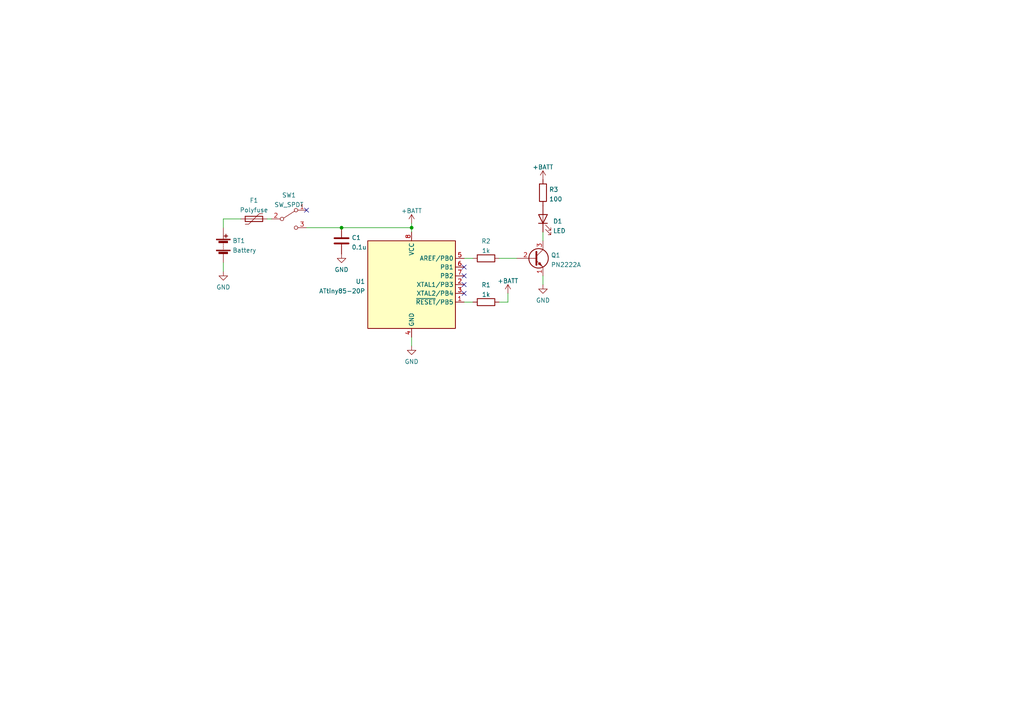
<source format=kicad_sch>
(kicad_sch (version 20211123) (generator eeschema)

  (uuid e63e39d7-6ac0-4ffd-8aa3-1841a4541b55)

  (paper "A4")

  (title_block
    (title "Candle LED Control Unit")
    (date "2022-05-08")
    (rev "V1.0")
  )

  (lib_symbols
    (symbol "Device:Battery" (pin_numbers hide) (pin_names (offset 0) hide) (in_bom yes) (on_board yes)
      (property "Reference" "BT" (id 0) (at 2.54 2.54 0)
        (effects (font (size 1.27 1.27)) (justify left))
      )
      (property "Value" "Battery" (id 1) (at 2.54 0 0)
        (effects (font (size 1.27 1.27)) (justify left))
      )
      (property "Footprint" "" (id 2) (at 0 1.524 90)
        (effects (font (size 1.27 1.27)) hide)
      )
      (property "Datasheet" "~" (id 3) (at 0 1.524 90)
        (effects (font (size 1.27 1.27)) hide)
      )
      (property "ki_keywords" "batt voltage-source cell" (id 4) (at 0 0 0)
        (effects (font (size 1.27 1.27)) hide)
      )
      (property "ki_description" "Multiple-cell battery" (id 5) (at 0 0 0)
        (effects (font (size 1.27 1.27)) hide)
      )
      (symbol "Battery_0_1"
        (rectangle (start -2.032 -1.397) (end 2.032 -1.651)
          (stroke (width 0) (type default) (color 0 0 0 0))
          (fill (type outline))
        )
        (rectangle (start -2.032 1.778) (end 2.032 1.524)
          (stroke (width 0) (type default) (color 0 0 0 0))
          (fill (type outline))
        )
        (rectangle (start -1.3208 -1.9812) (end 1.27 -2.4892)
          (stroke (width 0) (type default) (color 0 0 0 0))
          (fill (type outline))
        )
        (rectangle (start -1.3208 1.1938) (end 1.27 0.6858)
          (stroke (width 0) (type default) (color 0 0 0 0))
          (fill (type outline))
        )
        (polyline
          (pts
            (xy 0 -1.524)
            (xy 0 -1.27)
          )
          (stroke (width 0) (type default) (color 0 0 0 0))
          (fill (type none))
        )
        (polyline
          (pts
            (xy 0 -1.016)
            (xy 0 -0.762)
          )
          (stroke (width 0) (type default) (color 0 0 0 0))
          (fill (type none))
        )
        (polyline
          (pts
            (xy 0 -0.508)
            (xy 0 -0.254)
          )
          (stroke (width 0) (type default) (color 0 0 0 0))
          (fill (type none))
        )
        (polyline
          (pts
            (xy 0 0)
            (xy 0 0.254)
          )
          (stroke (width 0) (type default) (color 0 0 0 0))
          (fill (type none))
        )
        (polyline
          (pts
            (xy 0 0.508)
            (xy 0 0.762)
          )
          (stroke (width 0) (type default) (color 0 0 0 0))
          (fill (type none))
        )
        (polyline
          (pts
            (xy 0 1.778)
            (xy 0 2.54)
          )
          (stroke (width 0) (type default) (color 0 0 0 0))
          (fill (type none))
        )
        (polyline
          (pts
            (xy 0.254 2.667)
            (xy 1.27 2.667)
          )
          (stroke (width 0.254) (type default) (color 0 0 0 0))
          (fill (type none))
        )
        (polyline
          (pts
            (xy 0.762 3.175)
            (xy 0.762 2.159)
          )
          (stroke (width 0.254) (type default) (color 0 0 0 0))
          (fill (type none))
        )
      )
      (symbol "Battery_1_1"
        (pin passive line (at 0 5.08 270) (length 2.54)
          (name "+" (effects (font (size 1.27 1.27))))
          (number "1" (effects (font (size 1.27 1.27))))
        )
        (pin passive line (at 0 -5.08 90) (length 2.54)
          (name "-" (effects (font (size 1.27 1.27))))
          (number "2" (effects (font (size 1.27 1.27))))
        )
      )
    )
    (symbol "Device:C" (pin_numbers hide) (pin_names (offset 0.254)) (in_bom yes) (on_board yes)
      (property "Reference" "C" (id 0) (at 0.635 2.54 0)
        (effects (font (size 1.27 1.27)) (justify left))
      )
      (property "Value" "C" (id 1) (at 0.635 -2.54 0)
        (effects (font (size 1.27 1.27)) (justify left))
      )
      (property "Footprint" "" (id 2) (at 0.9652 -3.81 0)
        (effects (font (size 1.27 1.27)) hide)
      )
      (property "Datasheet" "~" (id 3) (at 0 0 0)
        (effects (font (size 1.27 1.27)) hide)
      )
      (property "ki_keywords" "cap capacitor" (id 4) (at 0 0 0)
        (effects (font (size 1.27 1.27)) hide)
      )
      (property "ki_description" "Unpolarized capacitor" (id 5) (at 0 0 0)
        (effects (font (size 1.27 1.27)) hide)
      )
      (property "ki_fp_filters" "C_*" (id 6) (at 0 0 0)
        (effects (font (size 1.27 1.27)) hide)
      )
      (symbol "C_0_1"
        (polyline
          (pts
            (xy -2.032 -0.762)
            (xy 2.032 -0.762)
          )
          (stroke (width 0.508) (type default) (color 0 0 0 0))
          (fill (type none))
        )
        (polyline
          (pts
            (xy -2.032 0.762)
            (xy 2.032 0.762)
          )
          (stroke (width 0.508) (type default) (color 0 0 0 0))
          (fill (type none))
        )
      )
      (symbol "C_1_1"
        (pin passive line (at 0 3.81 270) (length 2.794)
          (name "~" (effects (font (size 1.27 1.27))))
          (number "1" (effects (font (size 1.27 1.27))))
        )
        (pin passive line (at 0 -3.81 90) (length 2.794)
          (name "~" (effects (font (size 1.27 1.27))))
          (number "2" (effects (font (size 1.27 1.27))))
        )
      )
    )
    (symbol "Device:LED" (pin_numbers hide) (pin_names (offset 1.016) hide) (in_bom yes) (on_board yes)
      (property "Reference" "D" (id 0) (at 0 2.54 0)
        (effects (font (size 1.27 1.27)))
      )
      (property "Value" "LED" (id 1) (at 0 -2.54 0)
        (effects (font (size 1.27 1.27)))
      )
      (property "Footprint" "" (id 2) (at 0 0 0)
        (effects (font (size 1.27 1.27)) hide)
      )
      (property "Datasheet" "~" (id 3) (at 0 0 0)
        (effects (font (size 1.27 1.27)) hide)
      )
      (property "ki_keywords" "LED diode" (id 4) (at 0 0 0)
        (effects (font (size 1.27 1.27)) hide)
      )
      (property "ki_description" "Light emitting diode" (id 5) (at 0 0 0)
        (effects (font (size 1.27 1.27)) hide)
      )
      (property "ki_fp_filters" "LED* LED_SMD:* LED_THT:*" (id 6) (at 0 0 0)
        (effects (font (size 1.27 1.27)) hide)
      )
      (symbol "LED_0_1"
        (polyline
          (pts
            (xy -1.27 -1.27)
            (xy -1.27 1.27)
          )
          (stroke (width 0.254) (type default) (color 0 0 0 0))
          (fill (type none))
        )
        (polyline
          (pts
            (xy -1.27 0)
            (xy 1.27 0)
          )
          (stroke (width 0) (type default) (color 0 0 0 0))
          (fill (type none))
        )
        (polyline
          (pts
            (xy 1.27 -1.27)
            (xy 1.27 1.27)
            (xy -1.27 0)
            (xy 1.27 -1.27)
          )
          (stroke (width 0.254) (type default) (color 0 0 0 0))
          (fill (type none))
        )
        (polyline
          (pts
            (xy -3.048 -0.762)
            (xy -4.572 -2.286)
            (xy -3.81 -2.286)
            (xy -4.572 -2.286)
            (xy -4.572 -1.524)
          )
          (stroke (width 0) (type default) (color 0 0 0 0))
          (fill (type none))
        )
        (polyline
          (pts
            (xy -1.778 -0.762)
            (xy -3.302 -2.286)
            (xy -2.54 -2.286)
            (xy -3.302 -2.286)
            (xy -3.302 -1.524)
          )
          (stroke (width 0) (type default) (color 0 0 0 0))
          (fill (type none))
        )
      )
      (symbol "LED_1_1"
        (pin passive line (at -3.81 0 0) (length 2.54)
          (name "K" (effects (font (size 1.27 1.27))))
          (number "1" (effects (font (size 1.27 1.27))))
        )
        (pin passive line (at 3.81 0 180) (length 2.54)
          (name "A" (effects (font (size 1.27 1.27))))
          (number "2" (effects (font (size 1.27 1.27))))
        )
      )
    )
    (symbol "Device:Polyfuse" (pin_numbers hide) (pin_names (offset 0)) (in_bom yes) (on_board yes)
      (property "Reference" "F" (id 0) (at -2.54 0 90)
        (effects (font (size 1.27 1.27)))
      )
      (property "Value" "Polyfuse" (id 1) (at 2.54 0 90)
        (effects (font (size 1.27 1.27)))
      )
      (property "Footprint" "" (id 2) (at 1.27 -5.08 0)
        (effects (font (size 1.27 1.27)) (justify left) hide)
      )
      (property "Datasheet" "~" (id 3) (at 0 0 0)
        (effects (font (size 1.27 1.27)) hide)
      )
      (property "ki_keywords" "resettable fuse PTC PPTC polyfuse polyswitch" (id 4) (at 0 0 0)
        (effects (font (size 1.27 1.27)) hide)
      )
      (property "ki_description" "Resettable fuse, polymeric positive temperature coefficient" (id 5) (at 0 0 0)
        (effects (font (size 1.27 1.27)) hide)
      )
      (property "ki_fp_filters" "*polyfuse* *PTC*" (id 6) (at 0 0 0)
        (effects (font (size 1.27 1.27)) hide)
      )
      (symbol "Polyfuse_0_1"
        (rectangle (start -0.762 2.54) (end 0.762 -2.54)
          (stroke (width 0.254) (type default) (color 0 0 0 0))
          (fill (type none))
        )
        (polyline
          (pts
            (xy 0 2.54)
            (xy 0 -2.54)
          )
          (stroke (width 0) (type default) (color 0 0 0 0))
          (fill (type none))
        )
        (polyline
          (pts
            (xy -1.524 2.54)
            (xy -1.524 1.524)
            (xy 1.524 -1.524)
            (xy 1.524 -2.54)
          )
          (stroke (width 0) (type default) (color 0 0 0 0))
          (fill (type none))
        )
      )
      (symbol "Polyfuse_1_1"
        (pin passive line (at 0 3.81 270) (length 1.27)
          (name "~" (effects (font (size 1.27 1.27))))
          (number "1" (effects (font (size 1.27 1.27))))
        )
        (pin passive line (at 0 -3.81 90) (length 1.27)
          (name "~" (effects (font (size 1.27 1.27))))
          (number "2" (effects (font (size 1.27 1.27))))
        )
      )
    )
    (symbol "Device:R" (pin_numbers hide) (pin_names (offset 0)) (in_bom yes) (on_board yes)
      (property "Reference" "R" (id 0) (at 2.032 0 90)
        (effects (font (size 1.27 1.27)))
      )
      (property "Value" "R" (id 1) (at 0 0 90)
        (effects (font (size 1.27 1.27)))
      )
      (property "Footprint" "" (id 2) (at -1.778 0 90)
        (effects (font (size 1.27 1.27)) hide)
      )
      (property "Datasheet" "~" (id 3) (at 0 0 0)
        (effects (font (size 1.27 1.27)) hide)
      )
      (property "ki_keywords" "R res resistor" (id 4) (at 0 0 0)
        (effects (font (size 1.27 1.27)) hide)
      )
      (property "ki_description" "Resistor" (id 5) (at 0 0 0)
        (effects (font (size 1.27 1.27)) hide)
      )
      (property "ki_fp_filters" "R_*" (id 6) (at 0 0 0)
        (effects (font (size 1.27 1.27)) hide)
      )
      (symbol "R_0_1"
        (rectangle (start -1.016 -2.54) (end 1.016 2.54)
          (stroke (width 0.254) (type default) (color 0 0 0 0))
          (fill (type none))
        )
      )
      (symbol "R_1_1"
        (pin passive line (at 0 3.81 270) (length 1.27)
          (name "~" (effects (font (size 1.27 1.27))))
          (number "1" (effects (font (size 1.27 1.27))))
        )
        (pin passive line (at 0 -3.81 90) (length 1.27)
          (name "~" (effects (font (size 1.27 1.27))))
          (number "2" (effects (font (size 1.27 1.27))))
        )
      )
    )
    (symbol "MCU_Microchip_ATtiny:ATtiny85-20P" (in_bom yes) (on_board yes)
      (property "Reference" "U" (id 0) (at -12.7 13.97 0)
        (effects (font (size 1.27 1.27)) (justify left bottom))
      )
      (property "Value" "ATtiny85-20P" (id 1) (at 2.54 -13.97 0)
        (effects (font (size 1.27 1.27)) (justify left top))
      )
      (property "Footprint" "Package_DIP:DIP-8_W7.62mm" (id 2) (at 0 0 0)
        (effects (font (size 1.27 1.27) italic) hide)
      )
      (property "Datasheet" "http://ww1.microchip.com/downloads/en/DeviceDoc/atmel-2586-avr-8-bit-microcontroller-attiny25-attiny45-attiny85_datasheet.pdf" (id 3) (at 0 0 0)
        (effects (font (size 1.27 1.27)) hide)
      )
      (property "ki_keywords" "AVR 8bit Microcontroller tinyAVR" (id 4) (at 0 0 0)
        (effects (font (size 1.27 1.27)) hide)
      )
      (property "ki_description" "20MHz, 8kB Flash, 512B SRAM, 512B EEPROM, debugWIRE, DIP-8" (id 5) (at 0 0 0)
        (effects (font (size 1.27 1.27)) hide)
      )
      (property "ki_fp_filters" "DIP*W7.62mm*" (id 6) (at 0 0 0)
        (effects (font (size 1.27 1.27)) hide)
      )
      (symbol "ATtiny85-20P_0_1"
        (rectangle (start -12.7 -12.7) (end 12.7 12.7)
          (stroke (width 0.254) (type default) (color 0 0 0 0))
          (fill (type background))
        )
      )
      (symbol "ATtiny85-20P_1_1"
        (pin bidirectional line (at 15.24 -5.08 180) (length 2.54)
          (name "~{RESET}/PB5" (effects (font (size 1.27 1.27))))
          (number "1" (effects (font (size 1.27 1.27))))
        )
        (pin bidirectional line (at 15.24 0 180) (length 2.54)
          (name "XTAL1/PB3" (effects (font (size 1.27 1.27))))
          (number "2" (effects (font (size 1.27 1.27))))
        )
        (pin bidirectional line (at 15.24 -2.54 180) (length 2.54)
          (name "XTAL2/PB4" (effects (font (size 1.27 1.27))))
          (number "3" (effects (font (size 1.27 1.27))))
        )
        (pin power_in line (at 0 -15.24 90) (length 2.54)
          (name "GND" (effects (font (size 1.27 1.27))))
          (number "4" (effects (font (size 1.27 1.27))))
        )
        (pin bidirectional line (at 15.24 7.62 180) (length 2.54)
          (name "AREF/PB0" (effects (font (size 1.27 1.27))))
          (number "5" (effects (font (size 1.27 1.27))))
        )
        (pin bidirectional line (at 15.24 5.08 180) (length 2.54)
          (name "PB1" (effects (font (size 1.27 1.27))))
          (number "6" (effects (font (size 1.27 1.27))))
        )
        (pin bidirectional line (at 15.24 2.54 180) (length 2.54)
          (name "PB2" (effects (font (size 1.27 1.27))))
          (number "7" (effects (font (size 1.27 1.27))))
        )
        (pin power_in line (at 0 15.24 270) (length 2.54)
          (name "VCC" (effects (font (size 1.27 1.27))))
          (number "8" (effects (font (size 1.27 1.27))))
        )
      )
    )
    (symbol "Switch:SW_SPDT" (pin_names (offset 0) hide) (in_bom yes) (on_board yes)
      (property "Reference" "SW" (id 0) (at 0 4.318 0)
        (effects (font (size 1.27 1.27)))
      )
      (property "Value" "SW_SPDT" (id 1) (at 0 -5.08 0)
        (effects (font (size 1.27 1.27)))
      )
      (property "Footprint" "" (id 2) (at 0 0 0)
        (effects (font (size 1.27 1.27)) hide)
      )
      (property "Datasheet" "~" (id 3) (at 0 0 0)
        (effects (font (size 1.27 1.27)) hide)
      )
      (property "ki_keywords" "switch single-pole double-throw spdt ON-ON" (id 4) (at 0 0 0)
        (effects (font (size 1.27 1.27)) hide)
      )
      (property "ki_description" "Switch, single pole double throw" (id 5) (at 0 0 0)
        (effects (font (size 1.27 1.27)) hide)
      )
      (symbol "SW_SPDT_0_0"
        (circle (center -2.032 0) (radius 0.508)
          (stroke (width 0) (type default) (color 0 0 0 0))
          (fill (type none))
        )
        (circle (center 2.032 -2.54) (radius 0.508)
          (stroke (width 0) (type default) (color 0 0 0 0))
          (fill (type none))
        )
      )
      (symbol "SW_SPDT_0_1"
        (polyline
          (pts
            (xy -1.524 0.254)
            (xy 1.651 2.286)
          )
          (stroke (width 0) (type default) (color 0 0 0 0))
          (fill (type none))
        )
        (circle (center 2.032 2.54) (radius 0.508)
          (stroke (width 0) (type default) (color 0 0 0 0))
          (fill (type none))
        )
      )
      (symbol "SW_SPDT_1_1"
        (pin passive line (at 5.08 2.54 180) (length 2.54)
          (name "A" (effects (font (size 1.27 1.27))))
          (number "1" (effects (font (size 1.27 1.27))))
        )
        (pin passive line (at -5.08 0 0) (length 2.54)
          (name "B" (effects (font (size 1.27 1.27))))
          (number "2" (effects (font (size 1.27 1.27))))
        )
        (pin passive line (at 5.08 -2.54 180) (length 2.54)
          (name "C" (effects (font (size 1.27 1.27))))
          (number "3" (effects (font (size 1.27 1.27))))
        )
      )
    )
    (symbol "Transistor_BJT:PN2222A" (pin_names (offset 0) hide) (in_bom yes) (on_board yes)
      (property "Reference" "Q" (id 0) (at 5.08 1.905 0)
        (effects (font (size 1.27 1.27)) (justify left))
      )
      (property "Value" "PN2222A" (id 1) (at 5.08 0 0)
        (effects (font (size 1.27 1.27)) (justify left))
      )
      (property "Footprint" "Package_TO_SOT_THT:TO-92_Inline" (id 2) (at 5.08 -1.905 0)
        (effects (font (size 1.27 1.27) italic) (justify left) hide)
      )
      (property "Datasheet" "https://www.onsemi.com/pub/Collateral/PN2222-D.PDF" (id 3) (at 0 0 0)
        (effects (font (size 1.27 1.27)) (justify left) hide)
      )
      (property "ki_keywords" "NPN Transistor" (id 4) (at 0 0 0)
        (effects (font (size 1.27 1.27)) hide)
      )
      (property "ki_description" "1A Ic, 40V Vce, NPN Transistor, General Purpose Transistor, TO-92" (id 5) (at 0 0 0)
        (effects (font (size 1.27 1.27)) hide)
      )
      (property "ki_fp_filters" "TO?92*" (id 6) (at 0 0 0)
        (effects (font (size 1.27 1.27)) hide)
      )
      (symbol "PN2222A_0_1"
        (polyline
          (pts
            (xy 0 0)
            (xy 0.635 0)
          )
          (stroke (width 0) (type default) (color 0 0 0 0))
          (fill (type none))
        )
        (polyline
          (pts
            (xy 2.54 -2.54)
            (xy 0.635 -0.635)
          )
          (stroke (width 0) (type default) (color 0 0 0 0))
          (fill (type none))
        )
        (polyline
          (pts
            (xy 2.54 2.54)
            (xy 0.635 0.635)
          )
          (stroke (width 0) (type default) (color 0 0 0 0))
          (fill (type none))
        )
        (polyline
          (pts
            (xy 0.635 1.905)
            (xy 0.635 -1.905)
            (xy 0.635 -1.905)
          )
          (stroke (width 0.508) (type default) (color 0 0 0 0))
          (fill (type none))
        )
        (polyline
          (pts
            (xy 2.413 -2.413)
            (xy 1.905 -1.905)
            (xy 1.905 -1.905)
          )
          (stroke (width 0) (type default) (color 0 0 0 0))
          (fill (type none))
        )
        (polyline
          (pts
            (xy 1.143 -1.651)
            (xy 1.651 -1.143)
            (xy 2.159 -2.159)
            (xy 1.143 -1.651)
            (xy 1.143 -1.651)
          )
          (stroke (width 0) (type default) (color 0 0 0 0))
          (fill (type outline))
        )
        (circle (center 1.27 0) (radius 2.8194)
          (stroke (width 0.254) (type default) (color 0 0 0 0))
          (fill (type none))
        )
      )
      (symbol "PN2222A_1_1"
        (pin passive line (at 2.54 -5.08 90) (length 2.54)
          (name "E" (effects (font (size 1.27 1.27))))
          (number "1" (effects (font (size 1.27 1.27))))
        )
        (pin input line (at -5.08 0 0) (length 5.08)
          (name "B" (effects (font (size 1.27 1.27))))
          (number "2" (effects (font (size 1.27 1.27))))
        )
        (pin passive line (at 2.54 5.08 270) (length 2.54)
          (name "C" (effects (font (size 1.27 1.27))))
          (number "3" (effects (font (size 1.27 1.27))))
        )
      )
    )
    (symbol "power:+BATT" (power) (pin_names (offset 0)) (in_bom yes) (on_board yes)
      (property "Reference" "#PWR" (id 0) (at 0 -3.81 0)
        (effects (font (size 1.27 1.27)) hide)
      )
      (property "Value" "+BATT" (id 1) (at 0 3.556 0)
        (effects (font (size 1.27 1.27)))
      )
      (property "Footprint" "" (id 2) (at 0 0 0)
        (effects (font (size 1.27 1.27)) hide)
      )
      (property "Datasheet" "" (id 3) (at 0 0 0)
        (effects (font (size 1.27 1.27)) hide)
      )
      (property "ki_keywords" "power-flag battery" (id 4) (at 0 0 0)
        (effects (font (size 1.27 1.27)) hide)
      )
      (property "ki_description" "Power symbol creates a global label with name \"+BATT\"" (id 5) (at 0 0 0)
        (effects (font (size 1.27 1.27)) hide)
      )
      (symbol "+BATT_0_1"
        (polyline
          (pts
            (xy -0.762 1.27)
            (xy 0 2.54)
          )
          (stroke (width 0) (type default) (color 0 0 0 0))
          (fill (type none))
        )
        (polyline
          (pts
            (xy 0 0)
            (xy 0 2.54)
          )
          (stroke (width 0) (type default) (color 0 0 0 0))
          (fill (type none))
        )
        (polyline
          (pts
            (xy 0 2.54)
            (xy 0.762 1.27)
          )
          (stroke (width 0) (type default) (color 0 0 0 0))
          (fill (type none))
        )
      )
      (symbol "+BATT_1_1"
        (pin power_in line (at 0 0 90) (length 0) hide
          (name "+BATT" (effects (font (size 1.27 1.27))))
          (number "1" (effects (font (size 1.27 1.27))))
        )
      )
    )
    (symbol "power:GND" (power) (pin_names (offset 0)) (in_bom yes) (on_board yes)
      (property "Reference" "#PWR" (id 0) (at 0 -6.35 0)
        (effects (font (size 1.27 1.27)) hide)
      )
      (property "Value" "GND" (id 1) (at 0 -3.81 0)
        (effects (font (size 1.27 1.27)))
      )
      (property "Footprint" "" (id 2) (at 0 0 0)
        (effects (font (size 1.27 1.27)) hide)
      )
      (property "Datasheet" "" (id 3) (at 0 0 0)
        (effects (font (size 1.27 1.27)) hide)
      )
      (property "ki_keywords" "power-flag" (id 4) (at 0 0 0)
        (effects (font (size 1.27 1.27)) hide)
      )
      (property "ki_description" "Power symbol creates a global label with name \"GND\" , ground" (id 5) (at 0 0 0)
        (effects (font (size 1.27 1.27)) hide)
      )
      (symbol "GND_0_1"
        (polyline
          (pts
            (xy 0 0)
            (xy 0 -1.27)
            (xy 1.27 -1.27)
            (xy 0 -2.54)
            (xy -1.27 -1.27)
            (xy 0 -1.27)
          )
          (stroke (width 0) (type default) (color 0 0 0 0))
          (fill (type none))
        )
      )
      (symbol "GND_1_1"
        (pin power_in line (at 0 0 270) (length 0) hide
          (name "GND" (effects (font (size 1.27 1.27))))
          (number "1" (effects (font (size 1.27 1.27))))
        )
      )
    )
  )

  (junction (at 119.38 66.04) (diameter 0) (color 0 0 0 0)
    (uuid 49669d1b-1367-49e8-adc1-bbfb40b5817e)
  )
  (junction (at 99.06 66.04) (diameter 0) (color 0 0 0 0)
    (uuid 992ef184-c14a-456b-95db-20bd9e2570b9)
  )

  (no_connect (at 134.62 77.47) (uuid 29f5a9a2-94a6-4cdc-a8e7-84648a7a8222))
  (no_connect (at 134.62 80.01) (uuid 29f5a9a2-94a6-4cdc-a8e7-84648a7a8223))
  (no_connect (at 134.62 85.09) (uuid 29f5a9a2-94a6-4cdc-a8e7-84648a7a8224))
  (no_connect (at 134.62 82.55) (uuid 29f5a9a2-94a6-4cdc-a8e7-84648a7a8225))
  (no_connect (at 88.9 60.96) (uuid e92c94a4-ceea-4b26-b6f9-3dc0281b2832))

  (wire (pts (xy 134.62 87.63) (xy 137.16 87.63))
    (stroke (width 0) (type default) (color 0 0 0 0))
    (uuid 041a57b0-86d2-4e82-8738-af612ea5cbc2)
  )
  (wire (pts (xy 134.62 74.93) (xy 137.16 74.93))
    (stroke (width 0) (type default) (color 0 0 0 0))
    (uuid 112feaa4-e858-485c-a9ef-ea08faf17e24)
  )
  (wire (pts (xy 119.38 66.04) (xy 119.38 67.31))
    (stroke (width 0) (type default) (color 0 0 0 0))
    (uuid 1cc2e530-63cb-4e44-ae34-2fa998494681)
  )
  (wire (pts (xy 64.77 63.5) (xy 64.77 66.04))
    (stroke (width 0) (type default) (color 0 0 0 0))
    (uuid 5ccc5f5a-e89c-449f-ba8a-877c0f17f544)
  )
  (wire (pts (xy 77.47 63.5) (xy 78.74 63.5))
    (stroke (width 0) (type default) (color 0 0 0 0))
    (uuid 6b3ad608-1f2f-4351-af25-87023191cd22)
  )
  (wire (pts (xy 147.32 87.63) (xy 147.32 85.09))
    (stroke (width 0) (type default) (color 0 0 0 0))
    (uuid 7857a2c5-36d5-4091-a535-ce8b3571bf70)
  )
  (wire (pts (xy 64.77 76.2) (xy 64.77 78.74))
    (stroke (width 0) (type default) (color 0 0 0 0))
    (uuid 9cf8b37a-d902-4dec-8be2-b7169a470c41)
  )
  (wire (pts (xy 119.38 64.77) (xy 119.38 66.04))
    (stroke (width 0) (type default) (color 0 0 0 0))
    (uuid a09c249b-c5c2-46f2-b003-9d49cd0f7f2b)
  )
  (wire (pts (xy 144.78 74.93) (xy 149.86 74.93))
    (stroke (width 0) (type default) (color 0 0 0 0))
    (uuid a7ffd90a-745f-47c8-b516-95ce41d090fa)
  )
  (wire (pts (xy 157.48 80.01) (xy 157.48 82.55))
    (stroke (width 0) (type default) (color 0 0 0 0))
    (uuid a842cea0-7628-4aa8-ac63-3fdcfab69dd4)
  )
  (wire (pts (xy 99.06 66.04) (xy 119.38 66.04))
    (stroke (width 0) (type default) (color 0 0 0 0))
    (uuid acb0c780-560c-4f88-a5a7-77aea618f33f)
  )
  (wire (pts (xy 64.77 63.5) (xy 69.85 63.5))
    (stroke (width 0) (type default) (color 0 0 0 0))
    (uuid b4eb5615-dc8f-445b-88fd-ad910fd57904)
  )
  (wire (pts (xy 157.48 67.31) (xy 157.48 69.85))
    (stroke (width 0) (type default) (color 0 0 0 0))
    (uuid b50d1137-0bfa-4160-9743-b16c0084eb0f)
  )
  (wire (pts (xy 119.38 97.79) (xy 119.38 100.33))
    (stroke (width 0) (type default) (color 0 0 0 0))
    (uuid cea2caf7-491c-416e-8c77-fdf2fe202236)
  )
  (wire (pts (xy 88.9 66.04) (xy 99.06 66.04))
    (stroke (width 0) (type default) (color 0 0 0 0))
    (uuid ec0dc49c-8bf5-4b89-b728-45996eabf7c1)
  )
  (wire (pts (xy 144.78 87.63) (xy 147.32 87.63))
    (stroke (width 0) (type default) (color 0 0 0 0))
    (uuid fe25057b-5f39-4ca6-90d7-1ff85ae688cc)
  )

  (symbol (lib_id "power:+BATT") (at 119.38 64.77 0) (unit 1)
    (in_bom yes) (on_board yes) (fields_autoplaced)
    (uuid 10934efb-a584-49f1-94d8-1012813a3248)
    (property "Reference" "#PWR0101" (id 0) (at 119.38 68.58 0)
      (effects (font (size 1.27 1.27)) hide)
    )
    (property "Value" "+BATT" (id 1) (at 119.38 61.1655 0))
    (property "Footprint" "" (id 2) (at 119.38 64.77 0)
      (effects (font (size 1.27 1.27)) hide)
    )
    (property "Datasheet" "" (id 3) (at 119.38 64.77 0)
      (effects (font (size 1.27 1.27)) hide)
    )
    (pin "1" (uuid 7cdfa68e-9a29-4631-9c14-f8894d1053d0))
  )

  (symbol (lib_id "power:+BATT") (at 147.32 85.09 0) (unit 1)
    (in_bom yes) (on_board yes) (fields_autoplaced)
    (uuid 1879eb5c-7dde-4497-803a-d17126576366)
    (property "Reference" "#PWR0103" (id 0) (at 147.32 88.9 0)
      (effects (font (size 1.27 1.27)) hide)
    )
    (property "Value" "+BATT" (id 1) (at 147.32 81.4855 0))
    (property "Footprint" "" (id 2) (at 147.32 85.09 0)
      (effects (font (size 1.27 1.27)) hide)
    )
    (property "Datasheet" "" (id 3) (at 147.32 85.09 0)
      (effects (font (size 1.27 1.27)) hide)
    )
    (pin "1" (uuid 382789d5-f6cb-410e-8bb5-8710e1dfb3e8))
  )

  (symbol (lib_id "MCU_Microchip_ATtiny:ATtiny85-20P") (at 119.38 82.55 0) (unit 1)
    (in_bom yes) (on_board yes) (fields_autoplaced)
    (uuid 240c10af-51b5-420e-a6f4-a2c8f5db1db5)
    (property "Reference" "U1" (id 0) (at 105.918 81.6415 0)
      (effects (font (size 1.27 1.27)) (justify right))
    )
    (property "Value" "ATtiny85-20P" (id 1) (at 105.918 84.4166 0)
      (effects (font (size 1.27 1.27)) (justify right))
    )
    (property "Footprint" "Package_DIP:DIP-8_W7.62mm_Socket" (id 2) (at 119.38 82.55 0)
      (effects (font (size 1.27 1.27) italic) hide)
    )
    (property "Datasheet" "http://ww1.microchip.com/downloads/en/DeviceDoc/atmel-2586-avr-8-bit-microcontroller-attiny25-attiny45-attiny85_datasheet.pdf" (id 3) (at 119.38 82.55 0)
      (effects (font (size 1.27 1.27)) hide)
    )
    (pin "1" (uuid 926001fd-2747-4639-8c0f-4fc46ff7218d))
    (pin "2" (uuid 59ec3156-036e-4049-89db-91a9dd07095f))
    (pin "3" (uuid d39d813e-3e64-490c-ba5c-a64bb5ad6bd0))
    (pin "4" (uuid 6a2b20ae-096c-4d9f-92f8-2087c865914f))
    (pin "5" (uuid 4e315e69-0417-463a-8b7f-469a08d1496e))
    (pin "6" (uuid 071522c0-d0ed-49b9-906e-6295f67fb0dc))
    (pin "7" (uuid 2846428d-39de-4eae-8ce2-64955d56c493))
    (pin "8" (uuid 4fa10683-33cd-4dcd-8acc-2415cd63c62a))
  )

  (symbol (lib_id "Device:C") (at 99.06 69.85 0) (unit 1)
    (in_bom yes) (on_board yes) (fields_autoplaced)
    (uuid 24c46c30-54fa-4f9d-a6fa-a286a57d5fdf)
    (property "Reference" "C1" (id 0) (at 101.981 68.9415 0)
      (effects (font (size 1.27 1.27)) (justify left))
    )
    (property "Value" "0.1u" (id 1) (at 101.981 71.7166 0)
      (effects (font (size 1.27 1.27)) (justify left))
    )
    (property "Footprint" "Capacitor_THT:C_Disc_D3.0mm_W1.6mm_P2.50mm" (id 2) (at 100.0252 73.66 0)
      (effects (font (size 1.27 1.27)) hide)
    )
    (property "Datasheet" "~" (id 3) (at 99.06 69.85 0)
      (effects (font (size 1.27 1.27)) hide)
    )
    (pin "1" (uuid f6101a3e-113e-42fc-833a-8ca9be82e6b9))
    (pin "2" (uuid adb0c63b-e1f3-4ab1-a625-cb3c963acf35))
  )

  (symbol (lib_id "Device:R") (at 140.97 87.63 90) (unit 1)
    (in_bom yes) (on_board yes) (fields_autoplaced)
    (uuid 4aee0067-e389-41e2-b2dc-5a687655c0ac)
    (property "Reference" "R1" (id 0) (at 140.97 82.6475 90))
    (property "Value" "1k" (id 1) (at 140.97 85.4226 90))
    (property "Footprint" "Resistor_THT:R_Axial_DIN0204_L3.6mm_D1.6mm_P2.54mm_Vertical" (id 2) (at 140.97 89.408 90)
      (effects (font (size 1.27 1.27)) hide)
    )
    (property "Datasheet" "~" (id 3) (at 140.97 87.63 0)
      (effects (font (size 1.27 1.27)) hide)
    )
    (pin "1" (uuid 4cee8a10-9063-44ba-9db4-eb261e5b1d12))
    (pin "2" (uuid 4cdc2094-e0b8-4fa3-897a-4b8056196d05))
  )

  (symbol (lib_id "power:+BATT") (at 157.48 52.07 0) (unit 1)
    (in_bom yes) (on_board yes) (fields_autoplaced)
    (uuid 4b134ca8-8963-4dae-9208-bbed3e241058)
    (property "Reference" "#PWR03" (id 0) (at 157.48 55.88 0)
      (effects (font (size 1.27 1.27)) hide)
    )
    (property "Value" "+BATT" (id 1) (at 157.48 48.4655 0))
    (property "Footprint" "" (id 2) (at 157.48 52.07 0)
      (effects (font (size 1.27 1.27)) hide)
    )
    (property "Datasheet" "" (id 3) (at 157.48 52.07 0)
      (effects (font (size 1.27 1.27)) hide)
    )
    (pin "1" (uuid 72fba561-6feb-4ec4-857e-589070aeca66))
  )

  (symbol (lib_id "Device:Battery") (at 64.77 71.12 0) (unit 1)
    (in_bom yes) (on_board yes) (fields_autoplaced)
    (uuid 5b4bd736-6630-47fa-92fa-dd75370bcbd6)
    (property "Reference" "BT1" (id 0) (at 67.437 69.8305 0)
      (effects (font (size 1.27 1.27)) (justify left))
    )
    (property "Value" "Battery" (id 1) (at 67.437 72.6056 0)
      (effects (font (size 1.27 1.27)) (justify left))
    )
    (property "Footprint" "Battery:BatteryHolder_TruPower_BH-331P_3xAA" (id 2) (at 64.77 69.596 90)
      (effects (font (size 1.27 1.27)) hide)
    )
    (property "Datasheet" "~" (id 3) (at 64.77 69.596 90)
      (effects (font (size 1.27 1.27)) hide)
    )
    (pin "1" (uuid 634a72a6-91ca-43a7-b468-5c5d810dc366))
    (pin "2" (uuid 00f716cc-6bc4-4812-9e51-6de6d1d56706))
  )

  (symbol (lib_id "power:GND") (at 99.06 73.66 0) (unit 1)
    (in_bom yes) (on_board yes) (fields_autoplaced)
    (uuid 6038a029-d664-449b-83bd-7e2c1db433d2)
    (property "Reference" "#PWR05" (id 0) (at 99.06 80.01 0)
      (effects (font (size 1.27 1.27)) hide)
    )
    (property "Value" "GND" (id 1) (at 99.06 78.2225 0))
    (property "Footprint" "" (id 2) (at 99.06 73.66 0)
      (effects (font (size 1.27 1.27)) hide)
    )
    (property "Datasheet" "" (id 3) (at 99.06 73.66 0)
      (effects (font (size 1.27 1.27)) hide)
    )
    (pin "1" (uuid af5abaf1-598f-4ee3-9452-2e3d8faa9764))
  )

  (symbol (lib_id "power:GND") (at 157.48 82.55 0) (unit 1)
    (in_bom yes) (on_board yes) (fields_autoplaced)
    (uuid 7ba0672c-6c9a-4e4a-a635-f96f8760beab)
    (property "Reference" "#PWR04" (id 0) (at 157.48 88.9 0)
      (effects (font (size 1.27 1.27)) hide)
    )
    (property "Value" "GND" (id 1) (at 157.48 87.1125 0))
    (property "Footprint" "" (id 2) (at 157.48 82.55 0)
      (effects (font (size 1.27 1.27)) hide)
    )
    (property "Datasheet" "" (id 3) (at 157.48 82.55 0)
      (effects (font (size 1.27 1.27)) hide)
    )
    (pin "1" (uuid 3e2f0641-427b-427e-a57a-6d4fc44c13fd))
  )

  (symbol (lib_id "Switch:SW_SPDT") (at 83.82 63.5 0) (unit 1)
    (in_bom yes) (on_board yes) (fields_autoplaced)
    (uuid 97e1d387-8056-4e59-b773-dcbbc4f0f3bf)
    (property "Reference" "SW1" (id 0) (at 83.82 56.6125 0))
    (property "Value" "SW_SPDT" (id 1) (at 83.82 59.3876 0))
    (property "Footprint" "Connector_PinHeader_2.54mm:PinHeader_1x03_P2.54mm_Vertical" (id 2) (at 83.82 63.5 0)
      (effects (font (size 1.27 1.27)) hide)
    )
    (property "Datasheet" "~" (id 3) (at 83.82 63.5 0)
      (effects (font (size 1.27 1.27)) hide)
    )
    (pin "1" (uuid 8395acaf-4d43-4b36-8a26-b10a21279f4c))
    (pin "2" (uuid f34b5d89-7cf3-4e4a-9c6c-a455fd1dceeb))
    (pin "3" (uuid ff2059d5-2947-48fb-bfba-4140a71015c1))
  )

  (symbol (lib_id "Device:LED") (at 157.48 63.5 90) (unit 1)
    (in_bom yes) (on_board yes) (fields_autoplaced)
    (uuid b146875f-2556-41bb-86d2-21e07f4a388b)
    (property "Reference" "D1" (id 0) (at 160.401 64.179 90)
      (effects (font (size 1.27 1.27)) (justify right))
    )
    (property "Value" "LED" (id 1) (at 160.401 66.9541 90)
      (effects (font (size 1.27 1.27)) (justify right))
    )
    (property "Footprint" "LED_THT:LED_D3.0mm" (id 2) (at 157.48 63.5 0)
      (effects (font (size 1.27 1.27)) hide)
    )
    (property "Datasheet" "~" (id 3) (at 157.48 63.5 0)
      (effects (font (size 1.27 1.27)) hide)
    )
    (pin "1" (uuid 82c7370d-8a87-411e-9cd6-cc5ad23f7d5b))
    (pin "2" (uuid 365f6b1d-b9d1-4cf4-a6f9-271b554d4538))
  )

  (symbol (lib_id "Device:Polyfuse") (at 73.66 63.5 90) (unit 1)
    (in_bom yes) (on_board yes) (fields_autoplaced)
    (uuid b3989580-bbcb-4057-8952-abc10c94d7ab)
    (property "Reference" "F1" (id 0) (at 73.66 58.1365 90))
    (property "Value" "Polyfuse" (id 1) (at 73.66 60.9116 90))
    (property "Footprint" "Fuse:Fuse_Bourns_MF-RHT050" (id 2) (at 78.74 62.23 0)
      (effects (font (size 1.27 1.27)) (justify left) hide)
    )
    (property "Datasheet" "~" (id 3) (at 73.66 63.5 0)
      (effects (font (size 1.27 1.27)) hide)
    )
    (pin "1" (uuid 6257f72f-4c80-4c1b-8808-267e71c67d40))
    (pin "2" (uuid d48aaf9b-7207-4d4a-a242-581dbf01f321))
  )

  (symbol (lib_id "Transistor_BJT:PN2222A") (at 154.94 74.93 0) (unit 1)
    (in_bom yes) (on_board yes) (fields_autoplaced)
    (uuid b8e9717b-c8d9-44dd-9eb5-d37e3b2c2fb5)
    (property "Reference" "Q1" (id 0) (at 159.7914 74.0215 0)
      (effects (font (size 1.27 1.27)) (justify left))
    )
    (property "Value" "PN2222A" (id 1) (at 159.7914 76.7966 0)
      (effects (font (size 1.27 1.27)) (justify left))
    )
    (property "Footprint" "Package_TO_SOT_THT:TO-92_Inline_Wide" (id 2) (at 160.02 76.835 0)
      (effects (font (size 1.27 1.27) italic) (justify left) hide)
    )
    (property "Datasheet" "https://www.onsemi.com/pub/Collateral/PN2222-D.PDF" (id 3) (at 154.94 74.93 0)
      (effects (font (size 1.27 1.27)) (justify left) hide)
    )
    (pin "1" (uuid 9c1b71cf-44fe-4b7f-bf7f-4966704258c9))
    (pin "2" (uuid 92adc2a7-705f-4e7b-90a7-1c91d9f5977d))
    (pin "3" (uuid 2798cc00-37db-458a-b5f8-bea65ae99be7))
  )

  (symbol (lib_id "Device:R") (at 157.48 55.88 180) (unit 1)
    (in_bom yes) (on_board yes) (fields_autoplaced)
    (uuid bb1d3653-b63a-47c0-b6f8-d8d1da193c13)
    (property "Reference" "R3" (id 0) (at 159.258 54.9715 0)
      (effects (font (size 1.27 1.27)) (justify right))
    )
    (property "Value" "100" (id 1) (at 159.258 57.7466 0)
      (effects (font (size 1.27 1.27)) (justify right))
    )
    (property "Footprint" "Resistor_THT:R_Axial_DIN0204_L3.6mm_D1.6mm_P2.54mm_Vertical" (id 2) (at 159.258 55.88 90)
      (effects (font (size 1.27 1.27)) hide)
    )
    (property "Datasheet" "~" (id 3) (at 157.48 55.88 0)
      (effects (font (size 1.27 1.27)) hide)
    )
    (pin "1" (uuid bd512a59-de1d-4b9c-8048-3f49a128aa46))
    (pin "2" (uuid ebea8197-c54e-40e2-8f7c-9c38868b752b))
  )

  (symbol (lib_id "power:GND") (at 119.38 100.33 0) (unit 1)
    (in_bom yes) (on_board yes) (fields_autoplaced)
    (uuid cd0c9986-0509-49e1-afcb-dfc49dd0af74)
    (property "Reference" "#PWR02" (id 0) (at 119.38 106.68 0)
      (effects (font (size 1.27 1.27)) hide)
    )
    (property "Value" "GND" (id 1) (at 119.38 104.8925 0))
    (property "Footprint" "" (id 2) (at 119.38 100.33 0)
      (effects (font (size 1.27 1.27)) hide)
    )
    (property "Datasheet" "" (id 3) (at 119.38 100.33 0)
      (effects (font (size 1.27 1.27)) hide)
    )
    (pin "1" (uuid d0923c7e-2382-4dc2-b2aa-27bf694de74c))
  )

  (symbol (lib_id "Device:R") (at 140.97 74.93 90) (unit 1)
    (in_bom yes) (on_board yes) (fields_autoplaced)
    (uuid cda71a0e-078e-4a01-ba88-eaa51a724914)
    (property "Reference" "R2" (id 0) (at 140.97 69.9475 90))
    (property "Value" "1k" (id 1) (at 140.97 72.7226 90))
    (property "Footprint" "Resistor_THT:R_Axial_DIN0204_L3.6mm_D1.6mm_P2.54mm_Vertical" (id 2) (at 140.97 76.708 90)
      (effects (font (size 1.27 1.27)) hide)
    )
    (property "Datasheet" "~" (id 3) (at 140.97 74.93 0)
      (effects (font (size 1.27 1.27)) hide)
    )
    (pin "1" (uuid 6be4222b-639e-4a49-944f-018446ef598f))
    (pin "2" (uuid f2a82e48-4a9e-43d2-95c8-4ea601628687))
  )

  (symbol (lib_id "power:GND") (at 64.77 78.74 0) (unit 1)
    (in_bom yes) (on_board yes) (fields_autoplaced)
    (uuid dd57d2b3-b428-4b17-b11f-f41dc0dc89df)
    (property "Reference" "#PWR01" (id 0) (at 64.77 85.09 0)
      (effects (font (size 1.27 1.27)) hide)
    )
    (property "Value" "GND" (id 1) (at 64.77 83.3025 0))
    (property "Footprint" "" (id 2) (at 64.77 78.74 0)
      (effects (font (size 1.27 1.27)) hide)
    )
    (property "Datasheet" "" (id 3) (at 64.77 78.74 0)
      (effects (font (size 1.27 1.27)) hide)
    )
    (pin "1" (uuid 127fdd2f-a00b-4a29-ac3a-0ec3273c394d))
  )

  (sheet_instances
    (path "/" (page "1"))
  )

  (symbol_instances
    (path "/dd57d2b3-b428-4b17-b11f-f41dc0dc89df"
      (reference "#PWR01") (unit 1) (value "GND") (footprint "")
    )
    (path "/cd0c9986-0509-49e1-afcb-dfc49dd0af74"
      (reference "#PWR02") (unit 1) (value "GND") (footprint "")
    )
    (path "/4b134ca8-8963-4dae-9208-bbed3e241058"
      (reference "#PWR03") (unit 1) (value "+BATT") (footprint "")
    )
    (path "/7ba0672c-6c9a-4e4a-a635-f96f8760beab"
      (reference "#PWR04") (unit 1) (value "GND") (footprint "")
    )
    (path "/6038a029-d664-449b-83bd-7e2c1db433d2"
      (reference "#PWR05") (unit 1) (value "GND") (footprint "")
    )
    (path "/10934efb-a584-49f1-94d8-1012813a3248"
      (reference "#PWR0101") (unit 1) (value "+BATT") (footprint "")
    )
    (path "/1879eb5c-7dde-4497-803a-d17126576366"
      (reference "#PWR0103") (unit 1) (value "+BATT") (footprint "")
    )
    (path "/5b4bd736-6630-47fa-92fa-dd75370bcbd6"
      (reference "BT1") (unit 1) (value "Battery") (footprint "Battery:BatteryHolder_TruPower_BH-331P_3xAA")
    )
    (path "/24c46c30-54fa-4f9d-a6fa-a286a57d5fdf"
      (reference "C1") (unit 1) (value "0.1u") (footprint "Capacitor_THT:C_Disc_D3.0mm_W1.6mm_P2.50mm")
    )
    (path "/b146875f-2556-41bb-86d2-21e07f4a388b"
      (reference "D1") (unit 1) (value "LED") (footprint "LED_THT:LED_D3.0mm")
    )
    (path "/b3989580-bbcb-4057-8952-abc10c94d7ab"
      (reference "F1") (unit 1) (value "Polyfuse") (footprint "Fuse:Fuse_Bourns_MF-RHT050")
    )
    (path "/b8e9717b-c8d9-44dd-9eb5-d37e3b2c2fb5"
      (reference "Q1") (unit 1) (value "PN2222A") (footprint "Package_TO_SOT_THT:TO-92_Inline_Wide")
    )
    (path "/4aee0067-e389-41e2-b2dc-5a687655c0ac"
      (reference "R1") (unit 1) (value "1k") (footprint "Resistor_THT:R_Axial_DIN0204_L3.6mm_D1.6mm_P2.54mm_Vertical")
    )
    (path "/cda71a0e-078e-4a01-ba88-eaa51a724914"
      (reference "R2") (unit 1) (value "1k") (footprint "Resistor_THT:R_Axial_DIN0204_L3.6mm_D1.6mm_P2.54mm_Vertical")
    )
    (path "/bb1d3653-b63a-47c0-b6f8-d8d1da193c13"
      (reference "R3") (unit 1) (value "100") (footprint "Resistor_THT:R_Axial_DIN0204_L3.6mm_D1.6mm_P2.54mm_Vertical")
    )
    (path "/97e1d387-8056-4e59-b773-dcbbc4f0f3bf"
      (reference "SW1") (unit 1) (value "SW_SPDT") (footprint "Connector_PinHeader_2.54mm:PinHeader_1x03_P2.54mm_Vertical")
    )
    (path "/240c10af-51b5-420e-a6f4-a2c8f5db1db5"
      (reference "U1") (unit 1) (value "ATtiny85-20P") (footprint "Package_DIP:DIP-8_W7.62mm_Socket")
    )
  )
)

</source>
